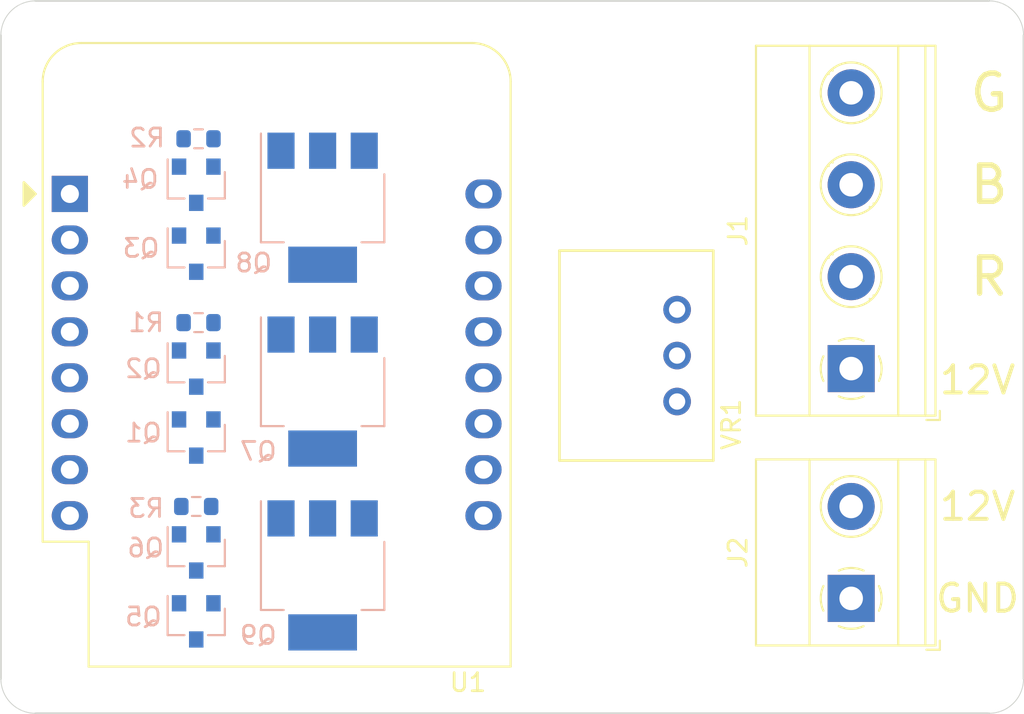
<source format=kicad_pcb>
(kicad_pcb (version 20171130) (host pcbnew "(5.1.8)-1")

  (general
    (thickness 1.6)
    (drawings 14)
    (tracks 0)
    (zones 0)
    (modules 16)
    (nets 27)
  )

  (page A4)
  (layers
    (0 F.Cu signal)
    (31 B.Cu signal)
    (32 B.Adhes user)
    (33 F.Adhes user)
    (34 B.Paste user)
    (35 F.Paste user)
    (36 B.SilkS user)
    (37 F.SilkS user)
    (38 B.Mask user)
    (39 F.Mask user)
    (40 Dwgs.User user)
    (41 Cmts.User user)
    (42 Eco1.User user)
    (43 Eco2.User user)
    (44 Edge.Cuts user)
    (45 Margin user)
    (46 B.CrtYd user)
    (47 F.CrtYd user)
    (48 B.Fab user)
    (49 F.Fab user)
  )

  (setup
    (last_trace_width 0.25)
    (trace_clearance 0.2)
    (zone_clearance 0.508)
    (zone_45_only no)
    (trace_min 0.2)
    (via_size 0.8)
    (via_drill 0.4)
    (via_min_size 0.4)
    (via_min_drill 0.3)
    (uvia_size 0.3)
    (uvia_drill 0.1)
    (uvias_allowed no)
    (uvia_min_size 0.2)
    (uvia_min_drill 0.1)
    (edge_width 0.05)
    (segment_width 0.2)
    (pcb_text_width 0.3)
    (pcb_text_size 1.5 1.5)
    (mod_edge_width 0.12)
    (mod_text_size 1 1)
    (mod_text_width 0.15)
    (pad_size 1.524 1.524)
    (pad_drill 0.762)
    (pad_to_mask_clearance 0)
    (aux_axis_origin 0 0)
    (visible_elements FFFFFF7F)
    (pcbplotparams
      (layerselection 0x010fc_ffffffff)
      (usegerberextensions false)
      (usegerberattributes true)
      (usegerberadvancedattributes true)
      (creategerberjobfile true)
      (excludeedgelayer true)
      (linewidth 0.100000)
      (plotframeref false)
      (viasonmask false)
      (mode 1)
      (useauxorigin false)
      (hpglpennumber 1)
      (hpglpenspeed 20)
      (hpglpendiameter 15.000000)
      (psnegative false)
      (psa4output false)
      (plotreference true)
      (plotvalue true)
      (plotinvisibletext false)
      (padsonsilk false)
      (subtractmaskfromsilk false)
      (outputformat 1)
      (mirror false)
      (drillshape 1)
      (scaleselection 1)
      (outputdirectory ""))
  )

  (net 0 "")
  (net 1 +12V)
  (net 2 /red_out)
  (net 3 /blue_out)
  (net 4 /green_out)
  (net 5 GND)
  (net 6 "Net-(Q1-Pad1)")
  (net 7 +5V)
  (net 8 "Net-(Q1-Pad3)")
  (net 9 "Net-(Q3-Pad1)")
  (net 10 "Net-(Q3-Pad3)")
  (net 11 "Net-(Q5-Pad1)")
  (net 12 "Net-(Q5-Pad3)")
  (net 13 /red)
  (net 14 /blue)
  (net 15 /green)
  (net 16 "Net-(U1-Pad2)")
  (net 17 "Net-(U1-Pad1)")
  (net 18 "Net-(U1-Pad4)")
  (net 19 "Net-(U1-Pad5)")
  (net 20 "Net-(U1-Pad6)")
  (net 21 "Net-(U1-Pad7)")
  (net 22 "Net-(U1-Pad8)")
  (net 23 "Net-(U1-Pad13)")
  (net 24 "Net-(U1-Pad14)")
  (net 25 "Net-(U1-Pad15)")
  (net 26 "Net-(U1-Pad16)")

  (net_class Default "This is the default net class."
    (clearance 0.2)
    (trace_width 0.25)
    (via_dia 0.8)
    (via_drill 0.4)
    (uvia_dia 0.3)
    (uvia_drill 0.1)
    (add_net +12V)
    (add_net +5V)
    (add_net /blue)
    (add_net /blue_out)
    (add_net /green)
    (add_net /green_out)
    (add_net /red)
    (add_net /red_out)
    (add_net GND)
    (add_net "Net-(Q1-Pad1)")
    (add_net "Net-(Q1-Pad3)")
    (add_net "Net-(Q3-Pad1)")
    (add_net "Net-(Q3-Pad3)")
    (add_net "Net-(Q5-Pad1)")
    (add_net "Net-(Q5-Pad3)")
    (add_net "Net-(U1-Pad1)")
    (add_net "Net-(U1-Pad13)")
    (add_net "Net-(U1-Pad14)")
    (add_net "Net-(U1-Pad15)")
    (add_net "Net-(U1-Pad16)")
    (add_net "Net-(U1-Pad2)")
    (add_net "Net-(U1-Pad4)")
    (add_net "Net-(U1-Pad5)")
    (add_net "Net-(U1-Pad6)")
    (add_net "Net-(U1-Pad7)")
    (add_net "Net-(U1-Pad8)")
  )

  (module TerminalBlock_Phoenix:TerminalBlock_Phoenix_MKDS-1,5-4-5.08_1x04_P5.08mm_Horizontal (layer F.Cu) (tedit 5B294EBC) (tstamp 5FD6E6F4)
    (at 139.7 93.98 90)
    (descr "Terminal Block Phoenix MKDS-1,5-4-5.08, 4 pins, pitch 5.08mm, size 20.3x9.8mm^2, drill diamater 1.3mm, pad diameter 2.6mm, see http://www.farnell.com/datasheets/100425.pdf, script-generated using https://github.com/pointhi/kicad-footprint-generator/scripts/TerminalBlock_Phoenix")
    (tags "THT Terminal Block Phoenix MKDS-1,5-4-5.08 pitch 5.08mm size 20.3x9.8mm^2 drill 1.3mm pad 2.6mm")
    (path /5FD8C9D2)
    (fp_text reference J1 (at 7.62 -6.26 90) (layer F.SilkS)
      (effects (font (size 1 1) (thickness 0.15)))
    )
    (fp_text value Conn_01x04_Female (at 7.62 5.66 90) (layer F.Fab)
      (effects (font (size 1 1) (thickness 0.15)))
    )
    (fp_line (start 18.28 -5.71) (end -3.04 -5.71) (layer F.CrtYd) (width 0.05))
    (fp_line (start 18.28 5.1) (end 18.28 -5.71) (layer F.CrtYd) (width 0.05))
    (fp_line (start -3.04 5.1) (end 18.28 5.1) (layer F.CrtYd) (width 0.05))
    (fp_line (start -3.04 -5.71) (end -3.04 5.1) (layer F.CrtYd) (width 0.05))
    (fp_line (start -2.84 4.9) (end -2.34 4.9) (layer F.SilkS) (width 0.12))
    (fp_line (start -2.84 4.16) (end -2.84 4.9) (layer F.SilkS) (width 0.12))
    (fp_line (start 14.013 1.023) (end 13.966 1.069) (layer F.SilkS) (width 0.12))
    (fp_line (start 16.31 -1.275) (end 16.275 -1.239) (layer F.SilkS) (width 0.12))
    (fp_line (start 14.206 1.239) (end 14.171 1.274) (layer F.SilkS) (width 0.12))
    (fp_line (start 16.515 -1.069) (end 16.468 -1.023) (layer F.SilkS) (width 0.12))
    (fp_line (start 16.195 -1.138) (end 14.103 0.955) (layer F.Fab) (width 0.1))
    (fp_line (start 16.378 -0.955) (end 14.286 1.138) (layer F.Fab) (width 0.1))
    (fp_line (start 8.933 1.023) (end 8.886 1.069) (layer F.SilkS) (width 0.12))
    (fp_line (start 11.23 -1.275) (end 11.195 -1.239) (layer F.SilkS) (width 0.12))
    (fp_line (start 9.126 1.239) (end 9.091 1.274) (layer F.SilkS) (width 0.12))
    (fp_line (start 11.435 -1.069) (end 11.388 -1.023) (layer F.SilkS) (width 0.12))
    (fp_line (start 11.115 -1.138) (end 9.023 0.955) (layer F.Fab) (width 0.1))
    (fp_line (start 11.298 -0.955) (end 9.206 1.138) (layer F.Fab) (width 0.1))
    (fp_line (start 3.853 1.023) (end 3.806 1.069) (layer F.SilkS) (width 0.12))
    (fp_line (start 6.15 -1.275) (end 6.115 -1.239) (layer F.SilkS) (width 0.12))
    (fp_line (start 4.046 1.239) (end 4.011 1.274) (layer F.SilkS) (width 0.12))
    (fp_line (start 6.355 -1.069) (end 6.308 -1.023) (layer F.SilkS) (width 0.12))
    (fp_line (start 6.035 -1.138) (end 3.943 0.955) (layer F.Fab) (width 0.1))
    (fp_line (start 6.218 -0.955) (end 4.126 1.138) (layer F.Fab) (width 0.1))
    (fp_line (start 0.955 -1.138) (end -1.138 0.955) (layer F.Fab) (width 0.1))
    (fp_line (start 1.138 -0.955) (end -0.955 1.138) (layer F.Fab) (width 0.1))
    (fp_line (start 17.84 -5.261) (end 17.84 4.66) (layer F.SilkS) (width 0.12))
    (fp_line (start -2.6 -5.261) (end -2.6 4.66) (layer F.SilkS) (width 0.12))
    (fp_line (start -2.6 4.66) (end 17.84 4.66) (layer F.SilkS) (width 0.12))
    (fp_line (start -2.6 -5.261) (end 17.84 -5.261) (layer F.SilkS) (width 0.12))
    (fp_line (start -2.6 -2.301) (end 17.84 -2.301) (layer F.SilkS) (width 0.12))
    (fp_line (start -2.54 -2.3) (end 17.78 -2.3) (layer F.Fab) (width 0.1))
    (fp_line (start -2.6 2.6) (end 17.84 2.6) (layer F.SilkS) (width 0.12))
    (fp_line (start -2.54 2.6) (end 17.78 2.6) (layer F.Fab) (width 0.1))
    (fp_line (start -2.6 4.1) (end 17.84 4.1) (layer F.SilkS) (width 0.12))
    (fp_line (start -2.54 4.1) (end 17.78 4.1) (layer F.Fab) (width 0.1))
    (fp_line (start -2.54 4.1) (end -2.54 -5.2) (layer F.Fab) (width 0.1))
    (fp_line (start -2.04 4.6) (end -2.54 4.1) (layer F.Fab) (width 0.1))
    (fp_line (start 17.78 4.6) (end -2.04 4.6) (layer F.Fab) (width 0.1))
    (fp_line (start 17.78 -5.2) (end 17.78 4.6) (layer F.Fab) (width 0.1))
    (fp_line (start -2.54 -5.2) (end 17.78 -5.2) (layer F.Fab) (width 0.1))
    (fp_circle (center 15.24 0) (end 16.92 0) (layer F.SilkS) (width 0.12))
    (fp_circle (center 15.24 0) (end 16.74 0) (layer F.Fab) (width 0.1))
    (fp_circle (center 10.16 0) (end 11.84 0) (layer F.SilkS) (width 0.12))
    (fp_circle (center 10.16 0) (end 11.66 0) (layer F.Fab) (width 0.1))
    (fp_circle (center 5.08 0) (end 6.76 0) (layer F.SilkS) (width 0.12))
    (fp_circle (center 5.08 0) (end 6.58 0) (layer F.Fab) (width 0.1))
    (fp_circle (center 0 0) (end 1.5 0) (layer F.Fab) (width 0.1))
    (fp_arc (start 0 0) (end 0 1.68) (angle -24) (layer F.SilkS) (width 0.12))
    (fp_arc (start 0 0) (end 1.535 0.684) (angle -48) (layer F.SilkS) (width 0.12))
    (fp_arc (start 0 0) (end 0.684 -1.535) (angle -48) (layer F.SilkS) (width 0.12))
    (fp_arc (start 0 0) (end -1.535 -0.684) (angle -48) (layer F.SilkS) (width 0.12))
    (fp_arc (start 0 0) (end -0.684 1.535) (angle -25) (layer F.SilkS) (width 0.12))
    (fp_text user %R (at 7.62 3.2 90) (layer F.Fab)
      (effects (font (size 1 1) (thickness 0.15)))
    )
    (pad 1 thru_hole rect (at 0 0 90) (size 2.6 2.6) (drill 1.3) (layers *.Cu *.Mask)
      (net 1 +12V))
    (pad 2 thru_hole circle (at 5.08 0 90) (size 2.6 2.6) (drill 1.3) (layers *.Cu *.Mask)
      (net 2 /red_out))
    (pad 3 thru_hole circle (at 10.16 0 90) (size 2.6 2.6) (drill 1.3) (layers *.Cu *.Mask)
      (net 3 /blue_out))
    (pad 4 thru_hole circle (at 15.24 0 90) (size 2.6 2.6) (drill 1.3) (layers *.Cu *.Mask)
      (net 4 /green_out))
    (model ${KISYS3DMOD}/TerminalBlock_Phoenix.3dshapes/TerminalBlock_Phoenix_MKDS-1,5-4-5.08_1x04_P5.08mm_Horizontal.wrl
      (at (xyz 0 0 0))
      (scale (xyz 1 1 1))
      (rotate (xyz 0 0 0))
    )
  )

  (module TerminalBlock_Phoenix:TerminalBlock_Phoenix_MKDS-1,5-2-5.08_1x02_P5.08mm_Horizontal (layer F.Cu) (tedit 5B294EBC) (tstamp 5FD6E720)
    (at 139.7 106.68 90)
    (descr "Terminal Block Phoenix MKDS-1,5-2-5.08, 2 pins, pitch 5.08mm, size 10.2x9.8mm^2, drill diamater 1.3mm, pad diameter 2.6mm, see http://www.farnell.com/datasheets/100425.pdf, script-generated using https://github.com/pointhi/kicad-footprint-generator/scripts/TerminalBlock_Phoenix")
    (tags "THT Terminal Block Phoenix MKDS-1,5-2-5.08 pitch 5.08mm size 10.2x9.8mm^2 drill 1.3mm pad 2.6mm")
    (path /5FD69C50)
    (fp_text reference J2 (at 2.54 -6.26 90) (layer F.SilkS)
      (effects (font (size 1 1) (thickness 0.15)))
    )
    (fp_text value Conn_01x02_Female (at 2.54 5.66 90) (layer F.Fab)
      (effects (font (size 1 1) (thickness 0.15)))
    )
    (fp_line (start 8.13 -5.71) (end -3.04 -5.71) (layer F.CrtYd) (width 0.05))
    (fp_line (start 8.13 5.1) (end 8.13 -5.71) (layer F.CrtYd) (width 0.05))
    (fp_line (start -3.04 5.1) (end 8.13 5.1) (layer F.CrtYd) (width 0.05))
    (fp_line (start -3.04 -5.71) (end -3.04 5.1) (layer F.CrtYd) (width 0.05))
    (fp_line (start -2.84 4.9) (end -2.34 4.9) (layer F.SilkS) (width 0.12))
    (fp_line (start -2.84 4.16) (end -2.84 4.9) (layer F.SilkS) (width 0.12))
    (fp_line (start 3.853 1.023) (end 3.806 1.069) (layer F.SilkS) (width 0.12))
    (fp_line (start 6.15 -1.275) (end 6.115 -1.239) (layer F.SilkS) (width 0.12))
    (fp_line (start 4.046 1.239) (end 4.011 1.274) (layer F.SilkS) (width 0.12))
    (fp_line (start 6.355 -1.069) (end 6.308 -1.023) (layer F.SilkS) (width 0.12))
    (fp_line (start 6.035 -1.138) (end 3.943 0.955) (layer F.Fab) (width 0.1))
    (fp_line (start 6.218 -0.955) (end 4.126 1.138) (layer F.Fab) (width 0.1))
    (fp_line (start 0.955 -1.138) (end -1.138 0.955) (layer F.Fab) (width 0.1))
    (fp_line (start 1.138 -0.955) (end -0.955 1.138) (layer F.Fab) (width 0.1))
    (fp_line (start 7.68 -5.261) (end 7.68 4.66) (layer F.SilkS) (width 0.12))
    (fp_line (start -2.6 -5.261) (end -2.6 4.66) (layer F.SilkS) (width 0.12))
    (fp_line (start -2.6 4.66) (end 7.68 4.66) (layer F.SilkS) (width 0.12))
    (fp_line (start -2.6 -5.261) (end 7.68 -5.261) (layer F.SilkS) (width 0.12))
    (fp_line (start -2.6 -2.301) (end 7.68 -2.301) (layer F.SilkS) (width 0.12))
    (fp_line (start -2.54 -2.3) (end 7.62 -2.3) (layer F.Fab) (width 0.1))
    (fp_line (start -2.6 2.6) (end 7.68 2.6) (layer F.SilkS) (width 0.12))
    (fp_line (start -2.54 2.6) (end 7.62 2.6) (layer F.Fab) (width 0.1))
    (fp_line (start -2.6 4.1) (end 7.68 4.1) (layer F.SilkS) (width 0.12))
    (fp_line (start -2.54 4.1) (end 7.62 4.1) (layer F.Fab) (width 0.1))
    (fp_line (start -2.54 4.1) (end -2.54 -5.2) (layer F.Fab) (width 0.1))
    (fp_line (start -2.04 4.6) (end -2.54 4.1) (layer F.Fab) (width 0.1))
    (fp_line (start 7.62 4.6) (end -2.04 4.6) (layer F.Fab) (width 0.1))
    (fp_line (start 7.62 -5.2) (end 7.62 4.6) (layer F.Fab) (width 0.1))
    (fp_line (start -2.54 -5.2) (end 7.62 -5.2) (layer F.Fab) (width 0.1))
    (fp_circle (center 5.08 0) (end 6.76 0) (layer F.SilkS) (width 0.12))
    (fp_circle (center 5.08 0) (end 6.58 0) (layer F.Fab) (width 0.1))
    (fp_circle (center 0 0) (end 1.5 0) (layer F.Fab) (width 0.1))
    (fp_arc (start 0 0) (end 0 1.68) (angle -24) (layer F.SilkS) (width 0.12))
    (fp_arc (start 0 0) (end 1.535 0.684) (angle -48) (layer F.SilkS) (width 0.12))
    (fp_arc (start 0 0) (end 0.684 -1.535) (angle -48) (layer F.SilkS) (width 0.12))
    (fp_arc (start 0 0) (end -1.535 -0.684) (angle -48) (layer F.SilkS) (width 0.12))
    (fp_arc (start 0 0) (end -0.684 1.535) (angle -25) (layer F.SilkS) (width 0.12))
    (fp_text user %R (at 2.54 3.2 90) (layer F.Fab)
      (effects (font (size 1 1) (thickness 0.15)))
    )
    (pad 1 thru_hole rect (at 0 0 90) (size 2.6 2.6) (drill 1.3) (layers *.Cu *.Mask)
      (net 5 GND))
    (pad 2 thru_hole circle (at 5.08 0 90) (size 2.6 2.6) (drill 1.3) (layers *.Cu *.Mask)
      (net 1 +12V))
    (model ${KISYS3DMOD}/TerminalBlock_Phoenix.3dshapes/TerminalBlock_Phoenix_MKDS-1,5-2-5.08_1x02_P5.08mm_Horizontal.wrl
      (at (xyz 0 0 0))
      (scale (xyz 1 1 1))
      (rotate (xyz 0 0 0))
    )
  )

  (module Package_TO_SOT_SMD:SOT-23 (layer B.Cu) (tedit 5A02FF57) (tstamp 5FD6E735)
    (at 103.505 97.79 270)
    (descr "SOT-23, Standard")
    (tags SOT-23)
    (path /5FD86E47)
    (attr smd)
    (fp_text reference Q1 (at -0.254 2.921 180) (layer B.SilkS)
      (effects (font (size 1 1) (thickness 0.15)) (justify mirror))
    )
    (fp_text value Q_PNP_BEC (at 0 -2.5 90) (layer B.Fab)
      (effects (font (size 1 1) (thickness 0.15)) (justify mirror))
    )
    (fp_line (start 0.76 -1.58) (end -0.7 -1.58) (layer B.SilkS) (width 0.12))
    (fp_line (start 0.76 1.58) (end -1.4 1.58) (layer B.SilkS) (width 0.12))
    (fp_line (start -1.7 -1.75) (end -1.7 1.75) (layer B.CrtYd) (width 0.05))
    (fp_line (start 1.7 -1.75) (end -1.7 -1.75) (layer B.CrtYd) (width 0.05))
    (fp_line (start 1.7 1.75) (end 1.7 -1.75) (layer B.CrtYd) (width 0.05))
    (fp_line (start -1.7 1.75) (end 1.7 1.75) (layer B.CrtYd) (width 0.05))
    (fp_line (start 0.76 1.58) (end 0.76 0.65) (layer B.SilkS) (width 0.12))
    (fp_line (start 0.76 -1.58) (end 0.76 -0.65) (layer B.SilkS) (width 0.12))
    (fp_line (start -0.7 -1.52) (end 0.7 -1.52) (layer B.Fab) (width 0.1))
    (fp_line (start 0.7 1.52) (end 0.7 -1.52) (layer B.Fab) (width 0.1))
    (fp_line (start -0.7 0.95) (end -0.15 1.52) (layer B.Fab) (width 0.1))
    (fp_line (start -0.15 1.52) (end 0.7 1.52) (layer B.Fab) (width 0.1))
    (fp_line (start -0.7 0.95) (end -0.7 -1.5) (layer B.Fab) (width 0.1))
    (fp_text user %R (at 0 0 180) (layer B.Fab)
      (effects (font (size 0.5 0.5) (thickness 0.075)) (justify mirror))
    )
    (pad 1 smd rect (at -1 0.95 270) (size 0.9 0.8) (layers B.Cu B.Paste B.Mask)
      (net 6 "Net-(Q1-Pad1)"))
    (pad 2 smd rect (at -1 -0.95 270) (size 0.9 0.8) (layers B.Cu B.Paste B.Mask)
      (net 7 +5V))
    (pad 3 smd rect (at 1 0 270) (size 0.9 0.8) (layers B.Cu B.Paste B.Mask)
      (net 8 "Net-(Q1-Pad3)"))
    (model ${KISYS3DMOD}/Package_TO_SOT_SMD.3dshapes/SOT-23.wrl
      (at (xyz 0 0 0))
      (scale (xyz 1 1 1))
      (rotate (xyz 0 0 0))
    )
  )

  (module Package_TO_SOT_SMD:SOT-23 (layer B.Cu) (tedit 5A02FF57) (tstamp 5FD6E74A)
    (at 103.505 93.98 270)
    (descr "SOT-23, Standard")
    (tags SOT-23)
    (path /5FD86E4D)
    (attr smd)
    (fp_text reference Q2 (at 0 2.921 180) (layer B.SilkS)
      (effects (font (size 1 1) (thickness 0.15)) (justify mirror))
    )
    (fp_text value Q_NPN_BEC (at 0 -2.5 90) (layer B.Fab)
      (effects (font (size 1 1) (thickness 0.15)) (justify mirror))
    )
    (fp_text user %R (at 0 0 180) (layer B.Fab)
      (effects (font (size 0.5 0.5) (thickness 0.075)) (justify mirror))
    )
    (fp_line (start -0.7 0.95) (end -0.7 -1.5) (layer B.Fab) (width 0.1))
    (fp_line (start -0.15 1.52) (end 0.7 1.52) (layer B.Fab) (width 0.1))
    (fp_line (start -0.7 0.95) (end -0.15 1.52) (layer B.Fab) (width 0.1))
    (fp_line (start 0.7 1.52) (end 0.7 -1.52) (layer B.Fab) (width 0.1))
    (fp_line (start -0.7 -1.52) (end 0.7 -1.52) (layer B.Fab) (width 0.1))
    (fp_line (start 0.76 -1.58) (end 0.76 -0.65) (layer B.SilkS) (width 0.12))
    (fp_line (start 0.76 1.58) (end 0.76 0.65) (layer B.SilkS) (width 0.12))
    (fp_line (start -1.7 1.75) (end 1.7 1.75) (layer B.CrtYd) (width 0.05))
    (fp_line (start 1.7 1.75) (end 1.7 -1.75) (layer B.CrtYd) (width 0.05))
    (fp_line (start 1.7 -1.75) (end -1.7 -1.75) (layer B.CrtYd) (width 0.05))
    (fp_line (start -1.7 -1.75) (end -1.7 1.75) (layer B.CrtYd) (width 0.05))
    (fp_line (start 0.76 1.58) (end -1.4 1.58) (layer B.SilkS) (width 0.12))
    (fp_line (start 0.76 -1.58) (end -0.7 -1.58) (layer B.SilkS) (width 0.12))
    (pad 3 smd rect (at 1 0 270) (size 0.9 0.8) (layers B.Cu B.Paste B.Mask)
      (net 8 "Net-(Q1-Pad3)"))
    (pad 2 smd rect (at -1 -0.95 270) (size 0.9 0.8) (layers B.Cu B.Paste B.Mask)
      (net 5 GND))
    (pad 1 smd rect (at -1 0.95 270) (size 0.9 0.8) (layers B.Cu B.Paste B.Mask)
      (net 6 "Net-(Q1-Pad1)"))
    (model ${KISYS3DMOD}/Package_TO_SOT_SMD.3dshapes/SOT-23.wrl
      (at (xyz 0 0 0))
      (scale (xyz 1 1 1))
      (rotate (xyz 0 0 0))
    )
  )

  (module Package_TO_SOT_SMD:SOT-23 (layer B.Cu) (tedit 5A02FF57) (tstamp 5FD6E75F)
    (at 103.505 87.63 270)
    (descr "SOT-23, Standard")
    (tags SOT-23)
    (path /5FD732C6)
    (attr smd)
    (fp_text reference Q3 (at -0.3048 3.048 180) (layer B.SilkS)
      (effects (font (size 1 1) (thickness 0.15)) (justify mirror))
    )
    (fp_text value Q_PNP_BEC (at 0 -2.5 90) (layer B.Fab)
      (effects (font (size 1 1) (thickness 0.15)) (justify mirror))
    )
    (fp_line (start 0.76 -1.58) (end -0.7 -1.58) (layer B.SilkS) (width 0.12))
    (fp_line (start 0.76 1.58) (end -1.4 1.58) (layer B.SilkS) (width 0.12))
    (fp_line (start -1.7 -1.75) (end -1.7 1.75) (layer B.CrtYd) (width 0.05))
    (fp_line (start 1.7 -1.75) (end -1.7 -1.75) (layer B.CrtYd) (width 0.05))
    (fp_line (start 1.7 1.75) (end 1.7 -1.75) (layer B.CrtYd) (width 0.05))
    (fp_line (start -1.7 1.75) (end 1.7 1.75) (layer B.CrtYd) (width 0.05))
    (fp_line (start 0.76 1.58) (end 0.76 0.65) (layer B.SilkS) (width 0.12))
    (fp_line (start 0.76 -1.58) (end 0.76 -0.65) (layer B.SilkS) (width 0.12))
    (fp_line (start -0.7 -1.52) (end 0.7 -1.52) (layer B.Fab) (width 0.1))
    (fp_line (start 0.7 1.52) (end 0.7 -1.52) (layer B.Fab) (width 0.1))
    (fp_line (start -0.7 0.95) (end -0.15 1.52) (layer B.Fab) (width 0.1))
    (fp_line (start -0.15 1.52) (end 0.7 1.52) (layer B.Fab) (width 0.1))
    (fp_line (start -0.7 0.95) (end -0.7 -1.5) (layer B.Fab) (width 0.1))
    (fp_text user %R (at 0 0 180) (layer B.Fab)
      (effects (font (size 0.5 0.5) (thickness 0.075)) (justify mirror))
    )
    (pad 1 smd rect (at -1 0.95 270) (size 0.9 0.8) (layers B.Cu B.Paste B.Mask)
      (net 9 "Net-(Q3-Pad1)"))
    (pad 2 smd rect (at -1 -0.95 270) (size 0.9 0.8) (layers B.Cu B.Paste B.Mask)
      (net 7 +5V))
    (pad 3 smd rect (at 1 0 270) (size 0.9 0.8) (layers B.Cu B.Paste B.Mask)
      (net 10 "Net-(Q3-Pad3)"))
    (model ${KISYS3DMOD}/Package_TO_SOT_SMD.3dshapes/SOT-23.wrl
      (at (xyz 0 0 0))
      (scale (xyz 1 1 1))
      (rotate (xyz 0 0 0))
    )
  )

  (module Package_TO_SOT_SMD:SOT-23 (layer B.Cu) (tedit 5A02FF57) (tstamp 5FD6E774)
    (at 103.505 83.82 270)
    (descr "SOT-23, Standard")
    (tags SOT-23)
    (path /5FD747B5)
    (attr smd)
    (fp_text reference Q4 (at -0.3048 3.0988 180) (layer B.SilkS)
      (effects (font (size 1 1) (thickness 0.15)) (justify mirror))
    )
    (fp_text value Q_NPN_BEC (at 0 -2.5 90) (layer B.Fab)
      (effects (font (size 1 1) (thickness 0.15)) (justify mirror))
    )
    (fp_text user %R (at 0 0 180) (layer B.Fab)
      (effects (font (size 0.5 0.5) (thickness 0.075)) (justify mirror))
    )
    (fp_line (start -0.7 0.95) (end -0.7 -1.5) (layer B.Fab) (width 0.1))
    (fp_line (start -0.15 1.52) (end 0.7 1.52) (layer B.Fab) (width 0.1))
    (fp_line (start -0.7 0.95) (end -0.15 1.52) (layer B.Fab) (width 0.1))
    (fp_line (start 0.7 1.52) (end 0.7 -1.52) (layer B.Fab) (width 0.1))
    (fp_line (start -0.7 -1.52) (end 0.7 -1.52) (layer B.Fab) (width 0.1))
    (fp_line (start 0.76 -1.58) (end 0.76 -0.65) (layer B.SilkS) (width 0.12))
    (fp_line (start 0.76 1.58) (end 0.76 0.65) (layer B.SilkS) (width 0.12))
    (fp_line (start -1.7 1.75) (end 1.7 1.75) (layer B.CrtYd) (width 0.05))
    (fp_line (start 1.7 1.75) (end 1.7 -1.75) (layer B.CrtYd) (width 0.05))
    (fp_line (start 1.7 -1.75) (end -1.7 -1.75) (layer B.CrtYd) (width 0.05))
    (fp_line (start -1.7 -1.75) (end -1.7 1.75) (layer B.CrtYd) (width 0.05))
    (fp_line (start 0.76 1.58) (end -1.4 1.58) (layer B.SilkS) (width 0.12))
    (fp_line (start 0.76 -1.58) (end -0.7 -1.58) (layer B.SilkS) (width 0.12))
    (pad 3 smd rect (at 1 0 270) (size 0.9 0.8) (layers B.Cu B.Paste B.Mask)
      (net 10 "Net-(Q3-Pad3)"))
    (pad 2 smd rect (at -1 -0.95 270) (size 0.9 0.8) (layers B.Cu B.Paste B.Mask)
      (net 5 GND))
    (pad 1 smd rect (at -1 0.95 270) (size 0.9 0.8) (layers B.Cu B.Paste B.Mask)
      (net 9 "Net-(Q3-Pad1)"))
    (model ${KISYS3DMOD}/Package_TO_SOT_SMD.3dshapes/SOT-23.wrl
      (at (xyz 0 0 0))
      (scale (xyz 1 1 1))
      (rotate (xyz 0 0 0))
    )
  )

  (module Package_TO_SOT_SMD:SOT-23 (layer B.Cu) (tedit 5A02FF57) (tstamp 5FD6E789)
    (at 103.505 107.95 270)
    (descr "SOT-23, Standard")
    (tags SOT-23)
    (path /5FD81099)
    (attr smd)
    (fp_text reference Q5 (at -0.254 2.921 180) (layer B.SilkS)
      (effects (font (size 1 1) (thickness 0.15)) (justify mirror))
    )
    (fp_text value Q_PNP_BEC (at 0 -2.5 90) (layer B.Fab)
      (effects (font (size 1 1) (thickness 0.15)) (justify mirror))
    )
    (fp_line (start 0.76 -1.58) (end -0.7 -1.58) (layer B.SilkS) (width 0.12))
    (fp_line (start 0.76 1.58) (end -1.4 1.58) (layer B.SilkS) (width 0.12))
    (fp_line (start -1.7 -1.75) (end -1.7 1.75) (layer B.CrtYd) (width 0.05))
    (fp_line (start 1.7 -1.75) (end -1.7 -1.75) (layer B.CrtYd) (width 0.05))
    (fp_line (start 1.7 1.75) (end 1.7 -1.75) (layer B.CrtYd) (width 0.05))
    (fp_line (start -1.7 1.75) (end 1.7 1.75) (layer B.CrtYd) (width 0.05))
    (fp_line (start 0.76 1.58) (end 0.76 0.65) (layer B.SilkS) (width 0.12))
    (fp_line (start 0.76 -1.58) (end 0.76 -0.65) (layer B.SilkS) (width 0.12))
    (fp_line (start -0.7 -1.52) (end 0.7 -1.52) (layer B.Fab) (width 0.1))
    (fp_line (start 0.7 1.52) (end 0.7 -1.52) (layer B.Fab) (width 0.1))
    (fp_line (start -0.7 0.95) (end -0.15 1.52) (layer B.Fab) (width 0.1))
    (fp_line (start -0.15 1.52) (end 0.7 1.52) (layer B.Fab) (width 0.1))
    (fp_line (start -0.7 0.95) (end -0.7 -1.5) (layer B.Fab) (width 0.1))
    (fp_text user %R (at 0 0 180) (layer B.Fab)
      (effects (font (size 0.5 0.5) (thickness 0.075)) (justify mirror))
    )
    (pad 1 smd rect (at -1 0.95 270) (size 0.9 0.8) (layers B.Cu B.Paste B.Mask)
      (net 11 "Net-(Q5-Pad1)"))
    (pad 2 smd rect (at -1 -0.95 270) (size 0.9 0.8) (layers B.Cu B.Paste B.Mask)
      (net 7 +5V))
    (pad 3 smd rect (at 1 0 270) (size 0.9 0.8) (layers B.Cu B.Paste B.Mask)
      (net 12 "Net-(Q5-Pad3)"))
    (model ${KISYS3DMOD}/Package_TO_SOT_SMD.3dshapes/SOT-23.wrl
      (at (xyz 0 0 0))
      (scale (xyz 1 1 1))
      (rotate (xyz 0 0 0))
    )
  )

  (module Package_TO_SOT_SMD:SOT-23 (layer B.Cu) (tedit 5A02FF57) (tstamp 5FD6E79E)
    (at 103.505 104.14 270)
    (descr "SOT-23, Standard")
    (tags SOT-23)
    (path /5FD8109F)
    (attr smd)
    (fp_text reference Q6 (at -0.254 2.794 180) (layer B.SilkS)
      (effects (font (size 1 1) (thickness 0.15)) (justify mirror))
    )
    (fp_text value Q_NPN_BEC (at 0 -2.5 90) (layer B.Fab)
      (effects (font (size 1 1) (thickness 0.15)) (justify mirror))
    )
    (fp_text user %R (at 0 0 180) (layer B.Fab)
      (effects (font (size 0.5 0.5) (thickness 0.075)) (justify mirror))
    )
    (fp_line (start -0.7 0.95) (end -0.7 -1.5) (layer B.Fab) (width 0.1))
    (fp_line (start -0.15 1.52) (end 0.7 1.52) (layer B.Fab) (width 0.1))
    (fp_line (start -0.7 0.95) (end -0.15 1.52) (layer B.Fab) (width 0.1))
    (fp_line (start 0.7 1.52) (end 0.7 -1.52) (layer B.Fab) (width 0.1))
    (fp_line (start -0.7 -1.52) (end 0.7 -1.52) (layer B.Fab) (width 0.1))
    (fp_line (start 0.76 -1.58) (end 0.76 -0.65) (layer B.SilkS) (width 0.12))
    (fp_line (start 0.76 1.58) (end 0.76 0.65) (layer B.SilkS) (width 0.12))
    (fp_line (start -1.7 1.75) (end 1.7 1.75) (layer B.CrtYd) (width 0.05))
    (fp_line (start 1.7 1.75) (end 1.7 -1.75) (layer B.CrtYd) (width 0.05))
    (fp_line (start 1.7 -1.75) (end -1.7 -1.75) (layer B.CrtYd) (width 0.05))
    (fp_line (start -1.7 -1.75) (end -1.7 1.75) (layer B.CrtYd) (width 0.05))
    (fp_line (start 0.76 1.58) (end -1.4 1.58) (layer B.SilkS) (width 0.12))
    (fp_line (start 0.76 -1.58) (end -0.7 -1.58) (layer B.SilkS) (width 0.12))
    (pad 3 smd rect (at 1 0 270) (size 0.9 0.8) (layers B.Cu B.Paste B.Mask)
      (net 12 "Net-(Q5-Pad3)"))
    (pad 2 smd rect (at -1 -0.95 270) (size 0.9 0.8) (layers B.Cu B.Paste B.Mask)
      (net 5 GND))
    (pad 1 smd rect (at -1 0.95 270) (size 0.9 0.8) (layers B.Cu B.Paste B.Mask)
      (net 11 "Net-(Q5-Pad1)"))
    (model ${KISYS3DMOD}/Package_TO_SOT_SMD.3dshapes/SOT-23.wrl
      (at (xyz 0 0 0))
      (scale (xyz 1 1 1))
      (rotate (xyz 0 0 0))
    )
  )

  (module Package_TO_SOT_SMD:SOT-223-3_TabPin2 (layer B.Cu) (tedit 5A02FF57) (tstamp 5FD6E7B4)
    (at 110.49 95.25 270)
    (descr "module CMS SOT223 4 pins")
    (tags "CMS SOT")
    (path /5FD86E41)
    (attr smd)
    (fp_text reference Q7 (at 3.302 3.556) (layer B.SilkS)
      (effects (font (size 1 1) (thickness 0.15)) (justify mirror))
    )
    (fp_text value Q_NMOS_GSD (at 0 -4.5 270) (layer B.Fab)
      (effects (font (size 1 1) (thickness 0.15)) (justify mirror))
    )
    (fp_line (start 1.85 3.35) (end 1.85 -3.35) (layer B.Fab) (width 0.1))
    (fp_line (start -1.85 -3.35) (end 1.85 -3.35) (layer B.Fab) (width 0.1))
    (fp_line (start -4.1 3.41) (end 1.91 3.41) (layer B.SilkS) (width 0.12))
    (fp_line (start -0.85 3.35) (end 1.85 3.35) (layer B.Fab) (width 0.1))
    (fp_line (start -1.85 -3.41) (end 1.91 -3.41) (layer B.SilkS) (width 0.12))
    (fp_line (start -1.85 2.35) (end -1.85 -3.35) (layer B.Fab) (width 0.1))
    (fp_line (start -1.85 2.35) (end -0.85 3.35) (layer B.Fab) (width 0.1))
    (fp_line (start -4.4 3.6) (end -4.4 -3.6) (layer B.CrtYd) (width 0.05))
    (fp_line (start -4.4 -3.6) (end 4.4 -3.6) (layer B.CrtYd) (width 0.05))
    (fp_line (start 4.4 -3.6) (end 4.4 3.6) (layer B.CrtYd) (width 0.05))
    (fp_line (start 4.4 3.6) (end -4.4 3.6) (layer B.CrtYd) (width 0.05))
    (fp_line (start 1.91 3.41) (end 1.91 2.15) (layer B.SilkS) (width 0.12))
    (fp_line (start 1.91 -3.41) (end 1.91 -2.15) (layer B.SilkS) (width 0.12))
    (fp_text user %R (at 0 0) (layer B.Fab)
      (effects (font (size 0.8 0.8) (thickness 0.12)) (justify mirror))
    )
    (pad 2 smd rect (at 3.15 0 270) (size 2 3.8) (layers B.Cu B.Paste B.Mask)
      (net 5 GND))
    (pad 2 smd rect (at -3.15 0 270) (size 2 1.5) (layers B.Cu B.Paste B.Mask)
      (net 5 GND))
    (pad 3 smd rect (at -3.15 -2.3 270) (size 2 1.5) (layers B.Cu B.Paste B.Mask)
      (net 2 /red_out))
    (pad 1 smd rect (at -3.15 2.3 270) (size 2 1.5) (layers B.Cu B.Paste B.Mask)
      (net 8 "Net-(Q1-Pad3)"))
    (model ${KISYS3DMOD}/Package_TO_SOT_SMD.3dshapes/SOT-223.wrl
      (at (xyz 0 0 0))
      (scale (xyz 1 1 1))
      (rotate (xyz 0 0 0))
    )
  )

  (module Package_TO_SOT_SMD:SOT-223-3_TabPin2 (layer B.Cu) (tedit 5A02FF57) (tstamp 5FD6E7CA)
    (at 110.49 85.09 270)
    (descr "module CMS SOT223 4 pins")
    (tags "CMS SOT")
    (path /5FD715B8)
    (attr smd)
    (fp_text reference Q8 (at 3.048 3.81) (layer B.SilkS)
      (effects (font (size 1 1) (thickness 0.15)) (justify mirror))
    )
    (fp_text value Q_NMOS_GSD (at 0 -4.5 270) (layer B.Fab)
      (effects (font (size 1 1) (thickness 0.15)) (justify mirror))
    )
    (fp_line (start 1.85 3.35) (end 1.85 -3.35) (layer B.Fab) (width 0.1))
    (fp_line (start -1.85 -3.35) (end 1.85 -3.35) (layer B.Fab) (width 0.1))
    (fp_line (start -4.1 3.41) (end 1.91 3.41) (layer B.SilkS) (width 0.12))
    (fp_line (start -0.85 3.35) (end 1.85 3.35) (layer B.Fab) (width 0.1))
    (fp_line (start -1.85 -3.41) (end 1.91 -3.41) (layer B.SilkS) (width 0.12))
    (fp_line (start -1.85 2.35) (end -1.85 -3.35) (layer B.Fab) (width 0.1))
    (fp_line (start -1.85 2.35) (end -0.85 3.35) (layer B.Fab) (width 0.1))
    (fp_line (start -4.4 3.6) (end -4.4 -3.6) (layer B.CrtYd) (width 0.05))
    (fp_line (start -4.4 -3.6) (end 4.4 -3.6) (layer B.CrtYd) (width 0.05))
    (fp_line (start 4.4 -3.6) (end 4.4 3.6) (layer B.CrtYd) (width 0.05))
    (fp_line (start 4.4 3.6) (end -4.4 3.6) (layer B.CrtYd) (width 0.05))
    (fp_line (start 1.91 3.41) (end 1.91 2.15) (layer B.SilkS) (width 0.12))
    (fp_line (start 1.91 -3.41) (end 1.91 -2.15) (layer B.SilkS) (width 0.12))
    (fp_text user %R (at 0 0) (layer B.Fab)
      (effects (font (size 0.8 0.8) (thickness 0.12)) (justify mirror))
    )
    (pad 2 smd rect (at 3.15 0 270) (size 2 3.8) (layers B.Cu B.Paste B.Mask)
      (net 5 GND))
    (pad 2 smd rect (at -3.15 0 270) (size 2 1.5) (layers B.Cu B.Paste B.Mask)
      (net 5 GND))
    (pad 3 smd rect (at -3.15 -2.3 270) (size 2 1.5) (layers B.Cu B.Paste B.Mask)
      (net 3 /blue_out))
    (pad 1 smd rect (at -3.15 2.3 270) (size 2 1.5) (layers B.Cu B.Paste B.Mask)
      (net 10 "Net-(Q3-Pad3)"))
    (model ${KISYS3DMOD}/Package_TO_SOT_SMD.3dshapes/SOT-223.wrl
      (at (xyz 0 0 0))
      (scale (xyz 1 1 1))
      (rotate (xyz 0 0 0))
    )
  )

  (module Package_TO_SOT_SMD:SOT-223-3_TabPin2 (layer B.Cu) (tedit 5A02FF57) (tstamp 5FD6F988)
    (at 110.49 105.41 270)
    (descr "module CMS SOT223 4 pins")
    (tags "CMS SOT")
    (path /5FD81093)
    (attr smd)
    (fp_text reference Q9 (at 3.302 3.556) (layer B.SilkS)
      (effects (font (size 1 1) (thickness 0.15)) (justify mirror))
    )
    (fp_text value Q_NMOS_GSD (at 0 -4.5 270) (layer B.Fab)
      (effects (font (size 1 1) (thickness 0.15)) (justify mirror))
    )
    (fp_text user %R (at 0 0) (layer B.Fab)
      (effects (font (size 0.8 0.8) (thickness 0.12)) (justify mirror))
    )
    (fp_line (start 1.91 -3.41) (end 1.91 -2.15) (layer B.SilkS) (width 0.12))
    (fp_line (start 1.91 3.41) (end 1.91 2.15) (layer B.SilkS) (width 0.12))
    (fp_line (start 4.4 3.6) (end -4.4 3.6) (layer B.CrtYd) (width 0.05))
    (fp_line (start 4.4 -3.6) (end 4.4 3.6) (layer B.CrtYd) (width 0.05))
    (fp_line (start -4.4 -3.6) (end 4.4 -3.6) (layer B.CrtYd) (width 0.05))
    (fp_line (start -4.4 3.6) (end -4.4 -3.6) (layer B.CrtYd) (width 0.05))
    (fp_line (start -1.85 2.35) (end -0.85 3.35) (layer B.Fab) (width 0.1))
    (fp_line (start -1.85 2.35) (end -1.85 -3.35) (layer B.Fab) (width 0.1))
    (fp_line (start -1.85 -3.41) (end 1.91 -3.41) (layer B.SilkS) (width 0.12))
    (fp_line (start -0.85 3.35) (end 1.85 3.35) (layer B.Fab) (width 0.1))
    (fp_line (start -4.1 3.41) (end 1.91 3.41) (layer B.SilkS) (width 0.12))
    (fp_line (start -1.85 -3.35) (end 1.85 -3.35) (layer B.Fab) (width 0.1))
    (fp_line (start 1.85 3.35) (end 1.85 -3.35) (layer B.Fab) (width 0.1))
    (pad 1 smd rect (at -3.15 2.3 270) (size 2 1.5) (layers B.Cu B.Paste B.Mask)
      (net 12 "Net-(Q5-Pad3)"))
    (pad 3 smd rect (at -3.15 -2.3 270) (size 2 1.5) (layers B.Cu B.Paste B.Mask)
      (net 4 /green_out))
    (pad 2 smd rect (at -3.15 0 270) (size 2 1.5) (layers B.Cu B.Paste B.Mask)
      (net 5 GND))
    (pad 2 smd rect (at 3.15 0 270) (size 2 3.8) (layers B.Cu B.Paste B.Mask)
      (net 5 GND))
    (model ${KISYS3DMOD}/Package_TO_SOT_SMD.3dshapes/SOT-223.wrl
      (at (xyz 0 0 0))
      (scale (xyz 1 1 1))
      (rotate (xyz 0 0 0))
    )
  )

  (module Resistor_SMD:R_0603_1608Metric (layer B.Cu) (tedit 5F68FEEE) (tstamp 5FD6E7F1)
    (at 103.632 91.44 180)
    (descr "Resistor SMD 0603 (1608 Metric), square (rectangular) end terminal, IPC_7351 nominal, (Body size source: IPC-SM-782 page 72, https://www.pcb-3d.com/wordpress/wp-content/uploads/ipc-sm-782a_amendment_1_and_2.pdf), generated with kicad-footprint-generator")
    (tags resistor)
    (path /5FD86E5D)
    (attr smd)
    (fp_text reference R1 (at 2.8956 0) (layer B.SilkS)
      (effects (font (size 1 1) (thickness 0.15)) (justify mirror))
    )
    (fp_text value R (at 0 -1.43) (layer B.Fab)
      (effects (font (size 1 1) (thickness 0.15)) (justify mirror))
    )
    (fp_line (start 1.48 -0.73) (end -1.48 -0.73) (layer B.CrtYd) (width 0.05))
    (fp_line (start 1.48 0.73) (end 1.48 -0.73) (layer B.CrtYd) (width 0.05))
    (fp_line (start -1.48 0.73) (end 1.48 0.73) (layer B.CrtYd) (width 0.05))
    (fp_line (start -1.48 -0.73) (end -1.48 0.73) (layer B.CrtYd) (width 0.05))
    (fp_line (start -0.237258 -0.5225) (end 0.237258 -0.5225) (layer B.SilkS) (width 0.12))
    (fp_line (start -0.237258 0.5225) (end 0.237258 0.5225) (layer B.SilkS) (width 0.12))
    (fp_line (start 0.8 -0.4125) (end -0.8 -0.4125) (layer B.Fab) (width 0.1))
    (fp_line (start 0.8 0.4125) (end 0.8 -0.4125) (layer B.Fab) (width 0.1))
    (fp_line (start -0.8 0.4125) (end 0.8 0.4125) (layer B.Fab) (width 0.1))
    (fp_line (start -0.8 -0.4125) (end -0.8 0.4125) (layer B.Fab) (width 0.1))
    (fp_text user %R (at 0 0) (layer B.Fab)
      (effects (font (size 0.4 0.4) (thickness 0.06)) (justify mirror))
    )
    (pad 1 smd roundrect (at -0.825 0 180) (size 0.8 0.95) (layers B.Cu B.Paste B.Mask) (roundrect_rratio 0.25)
      (net 6 "Net-(Q1-Pad1)"))
    (pad 2 smd roundrect (at 0.825 0 180) (size 0.8 0.95) (layers B.Cu B.Paste B.Mask) (roundrect_rratio 0.25)
      (net 13 /red))
    (model ${KISYS3DMOD}/Resistor_SMD.3dshapes/R_0603_1608Metric.wrl
      (at (xyz 0 0 0))
      (scale (xyz 1 1 1))
      (rotate (xyz 0 0 0))
    )
  )

  (module Resistor_SMD:R_0603_1608Metric (layer B.Cu) (tedit 5F68FEEE) (tstamp 5FD6E802)
    (at 103.632 81.28 180)
    (descr "Resistor SMD 0603 (1608 Metric), square (rectangular) end terminal, IPC_7351 nominal, (Body size source: IPC-SM-782 page 72, https://www.pcb-3d.com/wordpress/wp-content/uploads/ipc-sm-782a_amendment_1_and_2.pdf), generated with kicad-footprint-generator")
    (tags resistor)
    (path /5FD77B14)
    (attr smd)
    (fp_text reference R2 (at 2.8448 0.0508) (layer B.SilkS)
      (effects (font (size 1 1) (thickness 0.15)) (justify mirror))
    )
    (fp_text value R (at 0 -1.43) (layer B.Fab)
      (effects (font (size 1 1) (thickness 0.15)) (justify mirror))
    )
    (fp_line (start 1.48 -0.73) (end -1.48 -0.73) (layer B.CrtYd) (width 0.05))
    (fp_line (start 1.48 0.73) (end 1.48 -0.73) (layer B.CrtYd) (width 0.05))
    (fp_line (start -1.48 0.73) (end 1.48 0.73) (layer B.CrtYd) (width 0.05))
    (fp_line (start -1.48 -0.73) (end -1.48 0.73) (layer B.CrtYd) (width 0.05))
    (fp_line (start -0.237258 -0.5225) (end 0.237258 -0.5225) (layer B.SilkS) (width 0.12))
    (fp_line (start -0.237258 0.5225) (end 0.237258 0.5225) (layer B.SilkS) (width 0.12))
    (fp_line (start 0.8 -0.4125) (end -0.8 -0.4125) (layer B.Fab) (width 0.1))
    (fp_line (start 0.8 0.4125) (end 0.8 -0.4125) (layer B.Fab) (width 0.1))
    (fp_line (start -0.8 0.4125) (end 0.8 0.4125) (layer B.Fab) (width 0.1))
    (fp_line (start -0.8 -0.4125) (end -0.8 0.4125) (layer B.Fab) (width 0.1))
    (fp_text user %R (at 0 0) (layer B.Fab)
      (effects (font (size 0.4 0.4) (thickness 0.06)) (justify mirror))
    )
    (pad 1 smd roundrect (at -0.825 0 180) (size 0.8 0.95) (layers B.Cu B.Paste B.Mask) (roundrect_rratio 0.25)
      (net 9 "Net-(Q3-Pad1)"))
    (pad 2 smd roundrect (at 0.825 0 180) (size 0.8 0.95) (layers B.Cu B.Paste B.Mask) (roundrect_rratio 0.25)
      (net 14 /blue))
    (model ${KISYS3DMOD}/Resistor_SMD.3dshapes/R_0603_1608Metric.wrl
      (at (xyz 0 0 0))
      (scale (xyz 1 1 1))
      (rotate (xyz 0 0 0))
    )
  )

  (module Resistor_SMD:R_0603_1608Metric (layer B.Cu) (tedit 5F68FEEE) (tstamp 5FD6E813)
    (at 103.505 101.6)
    (descr "Resistor SMD 0603 (1608 Metric), square (rectangular) end terminal, IPC_7351 nominal, (Body size source: IPC-SM-782 page 72, https://www.pcb-3d.com/wordpress/wp-content/uploads/ipc-sm-782a_amendment_1_and_2.pdf), generated with kicad-footprint-generator")
    (tags resistor)
    (path /5FD810AF)
    (attr smd)
    (fp_text reference R3 (at -2.7686 0.1016) (layer B.SilkS)
      (effects (font (size 1 1) (thickness 0.15)) (justify mirror))
    )
    (fp_text value R (at 0 -1.43) (layer B.Fab)
      (effects (font (size 1 1) (thickness 0.15)) (justify mirror))
    )
    (fp_text user %R (at 0 0) (layer B.Fab)
      (effects (font (size 0.4 0.4) (thickness 0.06)) (justify mirror))
    )
    (fp_line (start -0.8 -0.4125) (end -0.8 0.4125) (layer B.Fab) (width 0.1))
    (fp_line (start -0.8 0.4125) (end 0.8 0.4125) (layer B.Fab) (width 0.1))
    (fp_line (start 0.8 0.4125) (end 0.8 -0.4125) (layer B.Fab) (width 0.1))
    (fp_line (start 0.8 -0.4125) (end -0.8 -0.4125) (layer B.Fab) (width 0.1))
    (fp_line (start -0.237258 0.5225) (end 0.237258 0.5225) (layer B.SilkS) (width 0.12))
    (fp_line (start -0.237258 -0.5225) (end 0.237258 -0.5225) (layer B.SilkS) (width 0.12))
    (fp_line (start -1.48 -0.73) (end -1.48 0.73) (layer B.CrtYd) (width 0.05))
    (fp_line (start -1.48 0.73) (end 1.48 0.73) (layer B.CrtYd) (width 0.05))
    (fp_line (start 1.48 0.73) (end 1.48 -0.73) (layer B.CrtYd) (width 0.05))
    (fp_line (start 1.48 -0.73) (end -1.48 -0.73) (layer B.CrtYd) (width 0.05))
    (pad 2 smd roundrect (at 0.825 0) (size 0.8 0.95) (layers B.Cu B.Paste B.Mask) (roundrect_rratio 0.25)
      (net 15 /green))
    (pad 1 smd roundrect (at -0.825 0) (size 0.8 0.95) (layers B.Cu B.Paste B.Mask) (roundrect_rratio 0.25)
      (net 11 "Net-(Q5-Pad1)"))
    (model ${KISYS3DMOD}/Resistor_SMD.3dshapes/R_0603_1608Metric.wrl
      (at (xyz 0 0 0))
      (scale (xyz 1 1 1))
      (rotate (xyz 0 0 0))
    )
  )

  (module Module:WEMOS_D1_mini_light (layer F.Cu) (tedit 5BBFB1CE) (tstamp 5FD6E856)
    (at 96.52 84.328)
    (descr "16-pin module, column spacing 22.86 mm (900 mils), https://wiki.wemos.cc/products:d1:d1_mini, https://c1.staticflickr.com/1/734/31400410271_f278b087db_z.jpg")
    (tags "ESP8266 WiFi microcontroller")
    (path /5FD6C91F)
    (fp_text reference U1 (at 22 27) (layer F.SilkS)
      (effects (font (size 1 1) (thickness 0.15)))
    )
    (fp_text value WeMos_D1_mini (at 11.7 0) (layer F.Fab)
      (effects (font (size 1 1) (thickness 0.15)))
    )
    (fp_line (start 1.04 19.22) (end 1.04 26.12) (layer F.SilkS) (width 0.12))
    (fp_line (start -1.5 19.22) (end 1.04 19.22) (layer F.SilkS) (width 0.12))
    (fp_line (start -0.37 0) (end -1.37 -1) (layer F.Fab) (width 0.1))
    (fp_line (start -1.37 1) (end -0.37 0) (layer F.Fab) (width 0.1))
    (fp_line (start -1.37 -6.21) (end -1.37 -1) (layer F.Fab) (width 0.1))
    (fp_line (start 1.17 19.09) (end 1.17 25.99) (layer F.Fab) (width 0.1))
    (fp_line (start -1.37 19.09) (end 1.17 19.09) (layer F.Fab) (width 0.1))
    (fp_line (start -1.35 -7.4) (end -0.55 -8.2) (layer Dwgs.User) (width 0.1))
    (fp_line (start -1.3 -5.45) (end 1.45 -8.2) (layer Dwgs.User) (width 0.1))
    (fp_line (start -1.35 -3.4) (end 3.45 -8.2) (layer Dwgs.User) (width 0.1))
    (fp_line (start 22.65 -1.4) (end 24.25 -3) (layer Dwgs.User) (width 0.1))
    (fp_line (start 20.65 -1.4) (end 24.25 -5) (layer Dwgs.User) (width 0.1))
    (fp_line (start 18.65 -1.4) (end 24.25 -7) (layer Dwgs.User) (width 0.1))
    (fp_line (start 16.65 -1.4) (end 23.45 -8.2) (layer Dwgs.User) (width 0.1))
    (fp_line (start 14.65 -1.4) (end 21.45 -8.2) (layer Dwgs.User) (width 0.1))
    (fp_line (start 12.65 -1.4) (end 19.45 -8.2) (layer Dwgs.User) (width 0.1))
    (fp_line (start 10.65 -1.4) (end 17.45 -8.2) (layer Dwgs.User) (width 0.1))
    (fp_line (start 8.65 -1.4) (end 15.45 -8.2) (layer Dwgs.User) (width 0.1))
    (fp_line (start 6.65 -1.4) (end 13.45 -8.2) (layer Dwgs.User) (width 0.1))
    (fp_line (start 4.65 -1.4) (end 11.45 -8.2) (layer Dwgs.User) (width 0.1))
    (fp_line (start 2.65 -1.4) (end 9.45 -8.2) (layer Dwgs.User) (width 0.1))
    (fp_line (start 0.65 -1.4) (end 7.45 -8.2) (layer Dwgs.User) (width 0.1))
    (fp_line (start -1.35 -1.4) (end 5.45 -8.2) (layer Dwgs.User) (width 0.1))
    (fp_line (start -1.35 -8.2) (end -1.35 -1.4) (layer Dwgs.User) (width 0.1))
    (fp_line (start 24.25 -8.2) (end -1.35 -8.2) (layer Dwgs.User) (width 0.1))
    (fp_line (start 24.25 -1.4) (end 24.25 -8.2) (layer Dwgs.User) (width 0.1))
    (fp_line (start -1.35 -1.4) (end 24.25 -1.4) (layer Dwgs.User) (width 0.1))
    (fp_poly (pts (xy -2.54 -0.635) (xy -2.54 0.635) (xy -1.905 0)) (layer F.SilkS) (width 0.15))
    (fp_line (start -1.62 26.24) (end -1.62 -8.46) (layer F.CrtYd) (width 0.05))
    (fp_line (start 24.48 26.24) (end -1.62 26.24) (layer F.CrtYd) (width 0.05))
    (fp_line (start 24.48 -8.41) (end 24.48 26.24) (layer F.CrtYd) (width 0.05))
    (fp_line (start -1.62 -8.46) (end 24.48 -8.46) (layer F.CrtYd) (width 0.05))
    (fp_line (start -1.37 1) (end -1.37 19.09) (layer F.Fab) (width 0.1))
    (fp_line (start 22.23 -8.21) (end 0.63 -8.21) (layer F.Fab) (width 0.1))
    (fp_line (start 24.23 25.99) (end 24.23 -6.21) (layer F.Fab) (width 0.1))
    (fp_line (start 1.17 25.99) (end 24.23 25.99) (layer F.Fab) (width 0.1))
    (fp_line (start 22.24 -8.34) (end 0.63 -8.34) (layer F.SilkS) (width 0.12))
    (fp_line (start 24.36 26.12) (end 24.36 -6.21) (layer F.SilkS) (width 0.12))
    (fp_line (start -1.5 19.22) (end -1.5 -6.21) (layer F.SilkS) (width 0.12))
    (fp_line (start 1.04 26.12) (end 24.36 26.12) (layer F.SilkS) (width 0.12))
    (fp_text user %R (at 11.43 10) (layer F.Fab)
      (effects (font (size 1 1) (thickness 0.15)))
    )
    (fp_arc (start 0.63 -6.21) (end 0.63 -8.21) (angle -90) (layer F.Fab) (width 0.1))
    (fp_arc (start 22.23 -6.21) (end 24.23 -6.19) (angle -90) (layer F.Fab) (width 0.1))
    (fp_arc (start 0.63 -6.21) (end 0.63 -8.34) (angle -90) (layer F.SilkS) (width 0.12))
    (fp_arc (start 22.23 -6.21) (end 24.36 -6.21) (angle -90) (layer F.SilkS) (width 0.12))
    (fp_text user "KEEP OUT" (at 11.43 -6.35) (layer Cmts.User)
      (effects (font (size 1 1) (thickness 0.15)))
    )
    (fp_text user "No copper" (at 11.43 -3.81) (layer Cmts.User)
      (effects (font (size 1 1) (thickness 0.15)))
    )
    (pad 2 thru_hole oval (at 0 2.54) (size 2 1.6) (drill 1) (layers *.Cu *.Mask)
      (net 16 "Net-(U1-Pad2)"))
    (pad 1 thru_hole rect (at 0 0) (size 2 2) (drill 1) (layers *.Cu *.Mask)
      (net 17 "Net-(U1-Pad1)"))
    (pad 3 thru_hole oval (at 0 5.08) (size 2 1.6) (drill 1) (layers *.Cu *.Mask)
      (net 14 /blue))
    (pad 4 thru_hole oval (at 0 7.62) (size 2 1.6) (drill 1) (layers *.Cu *.Mask)
      (net 18 "Net-(U1-Pad4)"))
    (pad 5 thru_hole oval (at 0 10.16) (size 2 1.6) (drill 1) (layers *.Cu *.Mask)
      (net 19 "Net-(U1-Pad5)"))
    (pad 6 thru_hole oval (at 0 12.7) (size 2 1.6) (drill 1) (layers *.Cu *.Mask)
      (net 20 "Net-(U1-Pad6)"))
    (pad 7 thru_hole oval (at 0 15.24) (size 2 1.6) (drill 1) (layers *.Cu *.Mask)
      (net 21 "Net-(U1-Pad7)"))
    (pad 8 thru_hole oval (at 0 17.78) (size 2 1.6) (drill 1) (layers *.Cu *.Mask)
      (net 22 "Net-(U1-Pad8)"))
    (pad 9 thru_hole oval (at 22.86 17.78) (size 2 1.6) (drill 1) (layers *.Cu *.Mask)
      (net 7 +5V))
    (pad 10 thru_hole oval (at 22.86 15.24) (size 2 1.6) (drill 1) (layers *.Cu *.Mask)
      (net 5 GND))
    (pad 11 thru_hole oval (at 22.86 12.7) (size 2 1.6) (drill 1) (layers *.Cu *.Mask)
      (net 15 /green))
    (pad 12 thru_hole oval (at 22.86 10.16) (size 2 1.6) (drill 1) (layers *.Cu *.Mask)
      (net 13 /red))
    (pad 13 thru_hole oval (at 22.86 7.62) (size 2 1.6) (drill 1) (layers *.Cu *.Mask)
      (net 23 "Net-(U1-Pad13)"))
    (pad 14 thru_hole oval (at 22.86 5.08) (size 2 1.6) (drill 1) (layers *.Cu *.Mask)
      (net 24 "Net-(U1-Pad14)"))
    (pad 15 thru_hole oval (at 22.86 2.54) (size 2 1.6) (drill 1) (layers *.Cu *.Mask)
      (net 25 "Net-(U1-Pad15)"))
    (pad 16 thru_hole oval (at 22.86 0) (size 2 1.6) (drill 1) (layers *.Cu *.Mask)
      (net 26 "Net-(U1-Pad16)"))
    (model ${KISYS3DMOD}/Module.3dshapes/WEMOS_D1_mini_light.wrl
      (at (xyz 0 0 0))
      (scale (xyz 1 1 1))
      (rotate (xyz 0 0 0))
    )
    (model ${KISYS3DMOD}/Connector_PinHeader_2.54mm.3dshapes/PinHeader_1x08_P2.54mm_Vertical.wrl
      (offset (xyz 0 0 9.5))
      (scale (xyz 1 1 1))
      (rotate (xyz 0 -180 0))
    )
    (model ${KISYS3DMOD}/Connector_PinHeader_2.54mm.3dshapes/PinHeader_1x08_P2.54mm_Vertical.wrl
      (offset (xyz 22.86 0 9.5))
      (scale (xyz 1 1 1))
      (rotate (xyz 0 -180 0))
    )
    (model ${KISYS3DMOD}/Connector_PinSocket_2.54mm.3dshapes/PinSocket_1x08_P2.54mm_Vertical.wrl
      (at (xyz 0 0 0))
      (scale (xyz 1 1 1))
      (rotate (xyz 0 0 0))
    )
    (model ${KISYS3DMOD}/Connector_PinSocket_2.54mm.3dshapes/PinSocket_1x08_P2.54mm_Vertical.wrl
      (offset (xyz 22.86 0 0))
      (scale (xyz 1 1 1))
      (rotate (xyz 0 0 0))
    )
  )

  (module KTHFS:Wurth-FDSM (layer F.Cu) (tedit 5C99F4FE) (tstamp 5FD6E861)
    (at 132.08 99.06 90)
    (path /5FD6E9EA)
    (fp_text reference VR1 (at 2 1 90) (layer F.SilkS)
      (effects (font (size 1 1) (thickness 0.15)))
    )
    (fp_text value Wurth-FDSM (at 6 -5 90) (layer F.Fab)
      (effects (font (size 1 1) (thickness 0.15)))
    )
    (fp_line (start 0 -8.5) (end 0 0) (layer F.SilkS) (width 0.15))
    (fp_line (start 11.6 -8.5) (end 0 -8.5) (layer F.SilkS) (width 0.15))
    (fp_line (start 11.6 0) (end 11.6 -8.5) (layer F.SilkS) (width 0.15))
    (fp_line (start 0 0) (end 11.6 0) (layer F.SilkS) (width 0.15))
    (pad 1 thru_hole circle (at 3.26 -2 90) (size 1.524 1.524) (drill 0.9) (layers *.Cu *.Mask)
      (net 1 +12V))
    (pad 2 thru_hole circle (at 5.8 -2 90) (size 1.524 1.524) (drill 0.9) (layers *.Cu *.Mask)
      (net 5 GND))
    (pad 3 thru_hole circle (at 8.34 -2 90) (size 1.524 1.524) (drill 0.9) (layers *.Cu *.Mask)
      (net 7 +5V))
    (model ${KICAD_INFRASTRUCTURE}/libraries/3dmodels/Wurth-FDSM.stp
      (offset (xyz 18.6 -0.6 1))
      (scale (xyz 1 1 1))
      (rotate (xyz -180 0 0))
    )
  )

  (gr_text GND (at 146.685 106.68) (layer F.SilkS) (tstamp 5FD6F8F3)
    (effects (font (size 1.5 1.5) (thickness 0.22)))
  )
  (gr_text 12V (at 146.685 101.6) (layer F.SilkS) (tstamp 5FD6F8EF)
    (effects (font (size 1.5 1.5) (thickness 0.22)))
  )
  (gr_text 12V (at 146.685 94.615) (layer F.SilkS)
    (effects (font (size 1.5 1.5) (thickness 0.22)))
  )
  (gr_text R (at 147.32 88.9) (layer F.SilkS) (tstamp 5FD6F8DD)
    (effects (font (size 2 2) (thickness 0.3)))
  )
  (gr_text B (at 147.32 83.82) (layer F.SilkS) (tstamp 5FD6F8D9)
    (effects (font (size 2 2) (thickness 0.3)))
  )
  (gr_text G (at 147.32 78.74) (layer F.SilkS)
    (effects (font (size 2 2) (thickness 0.3)))
  )
  (gr_arc (start 147.32 111.125) (end 147.32 113.03) (angle -90) (layer Edge.Cuts) (width 0.05))
  (gr_arc (start 94.615 111.125) (end 92.71 111.125) (angle -90) (layer Edge.Cuts) (width 0.05))
  (gr_arc (start 94.615 75.565) (end 94.615 73.66) (angle -90) (layer Edge.Cuts) (width 0.05))
  (gr_arc (start 147.32 75.565) (end 149.225 75.565) (angle -90) (layer Edge.Cuts) (width 0.05))
  (gr_line (start 149.225 75.565) (end 149.225 111.125) (layer Edge.Cuts) (width 0.1))
  (gr_line (start 94.615 73.66) (end 147.32 73.66) (layer Edge.Cuts) (width 0.1))
  (gr_line (start 92.71 111.125) (end 92.71 75.565) (layer Edge.Cuts) (width 0.1))
  (gr_line (start 147.32 113.03) (end 94.615 113.03) (layer Edge.Cuts) (width 0.1))

)

</source>
